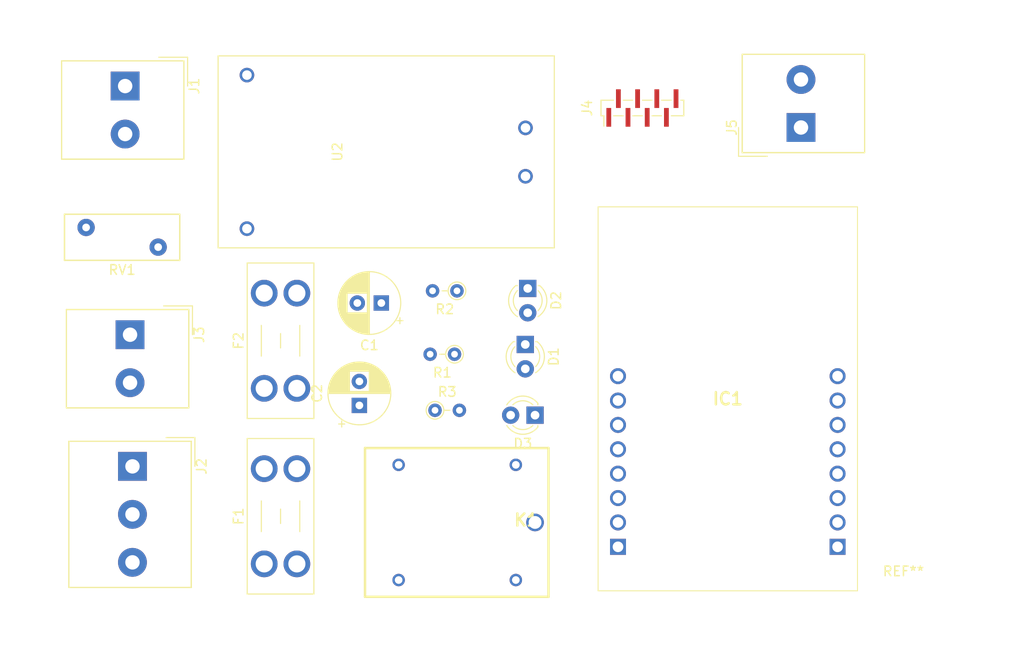
<source format=kicad_pcb>
(kicad_pcb (version 20171130) (host pcbnew 5.1.7-a382d34a8~87~ubuntu20.04.1)

  (general
    (thickness 1.6)
    (drawings 4)
    (tracks 0)
    (zones 0)
    (modules 20)
    (nets 18)
  )

  (page A4)
  (layers
    (0 F.Cu signal)
    (31 B.Cu signal)
    (32 B.Adhes user)
    (33 F.Adhes user)
    (34 B.Paste user)
    (35 F.Paste user)
    (36 B.SilkS user)
    (37 F.SilkS user)
    (38 B.Mask user)
    (39 F.Mask user)
    (40 Dwgs.User user)
    (41 Cmts.User user)
    (42 Eco1.User user)
    (43 Eco2.User user)
    (44 Edge.Cuts user)
    (45 Margin user)
    (46 B.CrtYd user)
    (47 F.CrtYd user)
    (48 B.Fab user)
    (49 F.Fab user)
  )

  (setup
    (last_trace_width 0.25)
    (trace_clearance 0.2)
    (zone_clearance 0.508)
    (zone_45_only no)
    (trace_min 0.2)
    (via_size 0.8)
    (via_drill 0.4)
    (via_min_size 0.4)
    (via_min_drill 0.3)
    (uvia_size 0.3)
    (uvia_drill 0.1)
    (uvias_allowed no)
    (uvia_min_size 0.2)
    (uvia_min_drill 0.1)
    (edge_width 0.05)
    (segment_width 0.2)
    (pcb_text_width 0.3)
    (pcb_text_size 1.5 1.5)
    (mod_edge_width 0.12)
    (mod_text_size 1 1)
    (mod_text_width 0.15)
    (pad_size 1.524 1.524)
    (pad_drill 0.762)
    (pad_to_mask_clearance 0)
    (aux_axis_origin 0 0)
    (visible_elements FFFFFF7F)
    (pcbplotparams
      (layerselection 0x010fc_ffffffff)
      (usegerberextensions false)
      (usegerberattributes true)
      (usegerberadvancedattributes true)
      (creategerberjobfile true)
      (excludeedgelayer true)
      (linewidth 0.100000)
      (plotframeref false)
      (viasonmask false)
      (mode 1)
      (useauxorigin false)
      (hpglpennumber 1)
      (hpglpenspeed 20)
      (hpglpendiameter 15.000000)
      (psnegative false)
      (psa4output false)
      (plotreference true)
      (plotvalue true)
      (plotinvisibletext false)
      (padsonsilk false)
      (subtractmaskfromsilk false)
      (outputformat 1)
      (mirror false)
      (drillshape 1)
      (scaleselection 1)
      (outputdirectory ""))
  )

  (net 0 "")
  (net 1 GND)
  (net 2 +1V5)
  (net 3 "Net-(D1-Pad2)")
  (net 4 "Net-(D2-Pad2)")
  (net 5 "Net-(D3-Pad2)")
  (net 6 "Net-(F1-Pad2)")
  (net 7 "Net-(F1-Pad1)")
  (net 8 "Net-(F2-Pad2)")
  (net 9 "Net-(IC1-Pad1)")
  (net 10 "Net-(IC1-Pad2)")
  (net 11 "Net-(IC1-Pad3)")
  (net 12 "Net-(IC1-Pad4)")
  (net 13 "Net-(IC1-Pad6)")
  (net 14 +5V)
  (net 15 "Net-(J1-Pad2)")
  (net 16 "Net-(J1-Pad1)")
  (net 17 "Net-(J2-Pad1)")

  (net_class Default "This is the default net class."
    (clearance 0.2)
    (trace_width 0.25)
    (via_dia 0.8)
    (via_drill 0.4)
    (uvia_dia 0.3)
    (uvia_drill 0.1)
    (add_net +1V5)
    (add_net +5V)
    (add_net GND)
    (add_net "Net-(D1-Pad2)")
    (add_net "Net-(D2-Pad2)")
    (add_net "Net-(D3-Pad2)")
    (add_net "Net-(F1-Pad1)")
    (add_net "Net-(F1-Pad2)")
    (add_net "Net-(F2-Pad2)")
    (add_net "Net-(IC1-Pad1)")
    (add_net "Net-(IC1-Pad2)")
    (add_net "Net-(IC1-Pad3)")
    (add_net "Net-(IC1-Pad4)")
    (add_net "Net-(IC1-Pad6)")
    (add_net "Net-(J1-Pad1)")
    (add_net "Net-(J1-Pad2)")
    (add_net "Net-(J2-Pad1)")
  )

  (module MountingHole:MountingHole_3.2mm_M3_DIN965 (layer F.Cu) (tedit 56D1B4CB) (tstamp 5FA0A903)
    (at 129.032 124.206)
    (descr "Mounting Hole 3.2mm, no annular, M3, DIN965")
    (tags "mounting hole 3.2mm no annular m3 din965")
    (attr virtual)
    (fp_text reference REF** (at 0 -3.8) (layer F.SilkS)
      (effects (font (size 1 1) (thickness 0.15)))
    )
    (fp_text value MountingHole_3.2mm_M3_DIN965 (at 0 3.8) (layer F.Fab)
      (effects (font (size 1 1) (thickness 0.15)))
    )
    (fp_text user %R (at 0.3 0) (layer F.Fab)
      (effects (font (size 1 1) (thickness 0.15)))
    )
    (fp_circle (center 0 0) (end 2.8 0) (layer Cmts.User) (width 0.15))
    (fp_circle (center 0 0) (end 3.05 0) (layer F.CrtYd) (width 0.05))
    (pad 1 np_thru_hole circle (at 0 0) (size 3.2 3.2) (drill 3.2) (layers *.Cu *.Mask))
  )

  (module PhotoPlug:TSP-05 (layer F.Cu) (tedit 5FA05A28) (tstamp 5FA05FE9)
    (at 75.184 76.708 270)
    (path /5F9E9176)
    (fp_text reference U2 (at 0 5.08 90) (layer F.SilkS)
      (effects (font (size 1 1) (thickness 0.15)))
    )
    (fp_text value Transformador100v-240v_5V_0.6A (at 0 -3.81 90) (layer F.Fab)
      (effects (font (size 1 1) (thickness 0.15)))
    )
    (fp_line (start -10 17.5) (end -10 -17.5) (layer F.SilkS) (width 0.12))
    (fp_line (start 10 17.5) (end -10 17.5) (layer F.SilkS) (width 0.12))
    (fp_line (start 10 -17.5) (end 10 17.5) (layer F.SilkS) (width 0.12))
    (fp_line (start -10 -17.5) (end 10 -17.5) (layer F.SilkS) (width 0.12))
    (pad 4 thru_hole circle (at 8 14.5 270) (size 1.524 1.524) (drill 1) (layers *.Cu *.Mask))
    (pad 3 thru_hole circle (at -8 14.5 270) (size 1.524 1.524) (drill 1) (layers *.Cu *.Mask)
      (net 1 GND))
    (pad 2 thru_hole circle (at 2.54 -14.5 270) (size 1.524 1.524) (drill 1) (layers *.Cu *.Mask)
      (net 8 "Net-(F2-Pad2)"))
    (pad 1 thru_hole circle (at -2.5 -14.5 270) (size 1.524 1.524) (drill 1) (layers *.Cu *.Mask)
      (net 15 "Net-(J1-Pad2)"))
  )

  (module Varistor:RV_Disc_D12mm_W4.8mm_P7.5mm (layer F.Cu) (tedit 5A0F68FD) (tstamp 5FA05FDD)
    (at 43.942 84.582)
    (descr "Varistor, diameter 12mm, width 4.8mm, pitch 7.5mm")
    (tags "varistor SIOV")
    (path /5F9ED9E2)
    (fp_text reference RV1 (at 3.75 4.425) (layer F.SilkS)
      (effects (font (size 1 1) (thickness 0.15)))
    )
    (fp_text value Varistor (at 3.75 -2.375) (layer F.Fab)
      (effects (font (size 1 1) (thickness 0.15)))
    )
    (fp_line (start -2.25 -1.375) (end -2.25 3.425) (layer F.Fab) (width 0.1))
    (fp_line (start 9.75 -1.375) (end 9.75 3.425) (layer F.Fab) (width 0.1))
    (fp_line (start -2.25 -1.375) (end 9.75 -1.375) (layer F.Fab) (width 0.1))
    (fp_line (start -2.25 3.425) (end 9.75 3.425) (layer F.Fab) (width 0.1))
    (fp_line (start -2.25 -1.375) (end -2.25 3.425) (layer F.SilkS) (width 0.15))
    (fp_line (start 9.75 -1.375) (end 9.75 3.425) (layer F.SilkS) (width 0.15))
    (fp_line (start -2.25 -1.375) (end 9.75 -1.375) (layer F.SilkS) (width 0.15))
    (fp_line (start -2.25 3.425) (end 9.75 3.425) (layer F.SilkS) (width 0.15))
    (fp_line (start -2.5 -1.63) (end -2.5 3.68) (layer F.CrtYd) (width 0.05))
    (fp_line (start 10 -1.63) (end 10 3.68) (layer F.CrtYd) (width 0.05))
    (fp_line (start -2.5 -1.63) (end 10 -1.63) (layer F.CrtYd) (width 0.05))
    (fp_line (start -2.5 3.68) (end 10 3.68) (layer F.CrtYd) (width 0.05))
    (fp_text user %R (at -0.254 -3.048) (layer F.Fab)
      (effects (font (size 1 1) (thickness 0.15)))
    )
    (pad 2 thru_hole circle (at 7.5 2.05) (size 1.8 1.8) (drill 0.8) (layers *.Cu *.Mask)
      (net 6 "Net-(F1-Pad2)"))
    (pad 1 thru_hole circle (at 0 0) (size 1.8 1.8) (drill 0.8) (layers *.Cu *.Mask)
      (net 15 "Net-(J1-Pad2)"))
    (model ${KISYS3DMOD}/Varistor.3dshapes/RV_Disc_D12mm_W4.8mm_P7.5mm.wrl
      (at (xyz 0 0 0))
      (scale (xyz 1 1 1))
      (rotate (xyz 0 0 0))
    )
  )

  (module Resistor_THT:R_Axial_DIN0204_L3.6mm_D1.6mm_P2.54mm_Vertical (layer F.Cu) (tedit 5AE5139B) (tstamp 5FA05FCA)
    (at 80.264 103.632)
    (descr "Resistor, Axial_DIN0204 series, Axial, Vertical, pin pitch=2.54mm, 0.167W, length*diameter=3.6*1.6mm^2, http://cdn-reichelt.de/documents/datenblatt/B400/1_4W%23YAG.pdf")
    (tags "Resistor Axial_DIN0204 series Axial Vertical pin pitch 2.54mm 0.167W length 3.6mm diameter 1.6mm")
    (path /5FA2C4B7)
    (fp_text reference R3 (at 1.27 -1.92) (layer F.SilkS)
      (effects (font (size 1 1) (thickness 0.15)))
    )
    (fp_text value R (at 1.27 1.92) (layer F.Fab)
      (effects (font (size 1 1) (thickness 0.15)))
    )
    (fp_line (start 3.49 -1.05) (end -1.05 -1.05) (layer F.CrtYd) (width 0.05))
    (fp_line (start 3.49 1.05) (end 3.49 -1.05) (layer F.CrtYd) (width 0.05))
    (fp_line (start -1.05 1.05) (end 3.49 1.05) (layer F.CrtYd) (width 0.05))
    (fp_line (start -1.05 -1.05) (end -1.05 1.05) (layer F.CrtYd) (width 0.05))
    (fp_line (start 0.92 0) (end 1.54 0) (layer F.SilkS) (width 0.12))
    (fp_line (start 0 0) (end 2.54 0) (layer F.Fab) (width 0.1))
    (fp_circle (center 0 0) (end 0.92 0) (layer F.SilkS) (width 0.12))
    (fp_circle (center 0 0) (end 0.8 0) (layer F.Fab) (width 0.1))
    (fp_text user %R (at 1.27 -1.92) (layer F.Fab)
      (effects (font (size 1 1) (thickness 0.15)))
    )
    (pad 2 thru_hole oval (at 2.54 0) (size 1.4 1.4) (drill 0.7) (layers *.Cu *.Mask)
      (net 12 "Net-(IC1-Pad4)"))
    (pad 1 thru_hole circle (at 0 0) (size 1.4 1.4) (drill 0.7) (layers *.Cu *.Mask)
      (net 5 "Net-(D3-Pad2)"))
    (model ${KISYS3DMOD}/Resistor_THT.3dshapes/R_Axial_DIN0204_L3.6mm_D1.6mm_P2.54mm_Vertical.wrl
      (at (xyz 0 0 0))
      (scale (xyz 1 1 1))
      (rotate (xyz 0 0 0))
    )
  )

  (module Resistor_THT:R_Axial_DIN0204_L3.6mm_D1.6mm_P2.54mm_Vertical (layer F.Cu) (tedit 5AE5139B) (tstamp 5FA05FBB)
    (at 82.55 91.186 180)
    (descr "Resistor, Axial_DIN0204 series, Axial, Vertical, pin pitch=2.54mm, 0.167W, length*diameter=3.6*1.6mm^2, http://cdn-reichelt.de/documents/datenblatt/B400/1_4W%23YAG.pdf")
    (tags "Resistor Axial_DIN0204 series Axial Vertical pin pitch 2.54mm 0.167W length 3.6mm diameter 1.6mm")
    (path /5FA2B11B)
    (fp_text reference R2 (at 1.27 -1.92) (layer F.SilkS)
      (effects (font (size 1 1) (thickness 0.15)))
    )
    (fp_text value R (at 1.27 1.92) (layer F.Fab)
      (effects (font (size 1 1) (thickness 0.15)))
    )
    (fp_line (start 3.49 -1.05) (end -1.05 -1.05) (layer F.CrtYd) (width 0.05))
    (fp_line (start 3.49 1.05) (end 3.49 -1.05) (layer F.CrtYd) (width 0.05))
    (fp_line (start -1.05 1.05) (end 3.49 1.05) (layer F.CrtYd) (width 0.05))
    (fp_line (start -1.05 -1.05) (end -1.05 1.05) (layer F.CrtYd) (width 0.05))
    (fp_line (start 0.92 0) (end 1.54 0) (layer F.SilkS) (width 0.12))
    (fp_line (start 0 0) (end 2.54 0) (layer F.Fab) (width 0.1))
    (fp_circle (center 0 0) (end 0.92 0) (layer F.SilkS) (width 0.12))
    (fp_circle (center 0 0) (end 0.8 0) (layer F.Fab) (width 0.1))
    (fp_text user %R (at 1.27 -1.92) (layer F.Fab)
      (effects (font (size 1 1) (thickness 0.15)))
    )
    (pad 2 thru_hole oval (at 2.54 0 180) (size 1.4 1.4) (drill 0.7) (layers *.Cu *.Mask)
      (net 12 "Net-(IC1-Pad4)"))
    (pad 1 thru_hole circle (at 0 0 180) (size 1.4 1.4) (drill 0.7) (layers *.Cu *.Mask)
      (net 4 "Net-(D2-Pad2)"))
    (model ${KISYS3DMOD}/Resistor_THT.3dshapes/R_Axial_DIN0204_L3.6mm_D1.6mm_P2.54mm_Vertical.wrl
      (at (xyz 0 0 0))
      (scale (xyz 1 1 1))
      (rotate (xyz 0 0 0))
    )
  )

  (module Resistor_THT:R_Axial_DIN0204_L3.6mm_D1.6mm_P2.54mm_Vertical (layer F.Cu) (tedit 5AE5139B) (tstamp 5FA05FAC)
    (at 82.296 97.79 180)
    (descr "Resistor, Axial_DIN0204 series, Axial, Vertical, pin pitch=2.54mm, 0.167W, length*diameter=3.6*1.6mm^2, http://cdn-reichelt.de/documents/datenblatt/B400/1_4W%23YAG.pdf")
    (tags "Resistor Axial_DIN0204 series Axial Vertical pin pitch 2.54mm 0.167W length 3.6mm diameter 1.6mm")
    (path /5FA0846E)
    (fp_text reference R1 (at 1.27 -1.92) (layer F.SilkS)
      (effects (font (size 1 1) (thickness 0.15)))
    )
    (fp_text value R (at 1.27 1.92) (layer F.Fab)
      (effects (font (size 1 1) (thickness 0.15)))
    )
    (fp_line (start 3.49 -1.05) (end -1.05 -1.05) (layer F.CrtYd) (width 0.05))
    (fp_line (start 3.49 1.05) (end 3.49 -1.05) (layer F.CrtYd) (width 0.05))
    (fp_line (start -1.05 1.05) (end 3.49 1.05) (layer F.CrtYd) (width 0.05))
    (fp_line (start -1.05 -1.05) (end -1.05 1.05) (layer F.CrtYd) (width 0.05))
    (fp_line (start 0.92 0) (end 1.54 0) (layer F.SilkS) (width 0.12))
    (fp_line (start 0 0) (end 2.54 0) (layer F.Fab) (width 0.1))
    (fp_circle (center 0 0) (end 0.92 0) (layer F.SilkS) (width 0.12))
    (fp_circle (center 0 0) (end 0.8 0) (layer F.Fab) (width 0.1))
    (fp_text user %R (at 1.27 -1.92) (layer F.Fab)
      (effects (font (size 1 1) (thickness 0.15)))
    )
    (pad 2 thru_hole oval (at 2.54 0 180) (size 1.4 1.4) (drill 0.7) (layers *.Cu *.Mask)
      (net 12 "Net-(IC1-Pad4)"))
    (pad 1 thru_hole circle (at 0 0 180) (size 1.4 1.4) (drill 0.7) (layers *.Cu *.Mask)
      (net 3 "Net-(D1-Pad2)"))
    (model ${KISYS3DMOD}/Resistor_THT.3dshapes/R_Axial_DIN0204_L3.6mm_D1.6mm_P2.54mm_Vertical.wrl
      (at (xyz 0 0 0))
      (scale (xyz 1 1 1))
      (rotate (xyz 0 0 0))
    )
  )

  (module PhotoPlug:SRD (layer F.Cu) (tedit 0) (tstamp 5FA05F9D)
    (at 90.678 115.316 180)
    (descr SRD)
    (tags "Relay or Contactor")
    (path /5F9F695A)
    (fp_text reference K1 (at 0.904 0.247) (layer F.SilkS)
      (effects (font (size 1.27 1.27) (thickness 0.254)))
    )
    (fp_text value SRD-05VDC-SL-C (at 0.904 0.247) (layer F.SilkS) hide
      (effects (font (size 1.27 1.27) (thickness 0.254)))
    )
    (fp_line (start -1.4 7.75) (end -1.4 -7.75) (layer F.SilkS) (width 0.254))
    (fp_line (start 17.7 7.75) (end -1.4 7.75) (layer F.SilkS) (width 0.254))
    (fp_line (start 17.7 -7.75) (end 17.7 7.75) (layer F.SilkS) (width 0.254))
    (fp_line (start -1.4 -7.75) (end 17.7 -7.75) (layer F.SilkS) (width 0.254))
    (fp_line (start -1.4 7.75) (end -1.4 -7.75) (layer F.Fab) (width 0.254))
    (fp_line (start 17.7 7.75) (end -1.4 7.75) (layer F.Fab) (width 0.254))
    (fp_line (start 17.7 -7.75) (end 17.7 7.75) (layer F.Fab) (width 0.254))
    (fp_line (start -1.4 -7.75) (end 17.7 -7.75) (layer F.Fab) (width 0.254))
    (fp_text user %R (at 0.904 0.247) (layer F.Fab)
      (effects (font (size 1.27 1.27) (thickness 0.254)))
    )
    (pad 1 thru_hole circle (at 0 0 180) (size 1.84 1.84) (drill 1.34) (layers *.Cu *.Mask)
      (net 6 "Net-(F1-Pad2)"))
    (pad 2 thru_hole circle (at 2 -6 180) (size 1.3 1.3) (drill 0.8) (layers *.Cu *.Mask)
      (net 13 "Net-(IC1-Pad6)"))
    (pad 3 thru_hole circle (at 2 6 180) (size 1.3 1.3) (drill 0.8) (layers *.Cu *.Mask)
      (net 1 GND))
    (pad 4 thru_hole circle (at 14.2 -6 180) (size 1.3 1.3) (drill 0.8) (layers *.Cu *.Mask)
      (net 17 "Net-(J2-Pad1)"))
    (pad 5 thru_hole circle (at 14.2 6 180) (size 1.3 1.3) (drill 0.8) (layers *.Cu *.Mask))
  )

  (module TerminalBlock_Altech:Altech_AK300_1x02_P5.00mm_45-Degree (layer F.Cu) (tedit 5C27907F) (tstamp 5FA05F8B)
    (at 118.364 74.168 90)
    (descr "Altech AK300 serie terminal block (Script generated with StandardBox.py) (http://www.altechcorp.com/PDFS/PCBMETRC.PDF)")
    (tags "Altech AK300 serie connector")
    (path /5FA1B76F)
    (fp_text reference J5 (at 0 -7.2 90) (layer F.SilkS)
      (effects (font (size 1 1) (thickness 0.15)))
    )
    (fp_text value Screw_Terminal_01x02 (at 2.5 7.5 90) (layer F.Fab)
      (effects (font (size 1 1) (thickness 0.15)))
    )
    (fp_line (start -2.75 -6.25) (end -2.75 6.75) (layer F.CrtYd) (width 0.05))
    (fp_line (start -2.75 6.75) (end 7.75 6.75) (layer F.CrtYd) (width 0.05))
    (fp_line (start 7.75 -6.25) (end 7.75 6.75) (layer F.CrtYd) (width 0.05))
    (fp_line (start -2.75 -6.25) (end 7.75 -6.25) (layer F.CrtYd) (width 0.05))
    (fp_line (start -2.62 -6.12) (end -2.62 6.62) (layer F.SilkS) (width 0.12))
    (fp_line (start -2.62 6.62) (end 7.62 6.62) (layer F.SilkS) (width 0.12))
    (fp_line (start 7.62 -6.12) (end 7.62 6.62) (layer F.SilkS) (width 0.12))
    (fp_line (start -2.62 -6.12) (end 7.62 -6.12) (layer F.SilkS) (width 0.12))
    (fp_line (start -2.62 -6.12) (end -2.62 6.62) (layer F.SilkS) (width 0.12))
    (fp_line (start -2.62 6.62) (end 7.62 6.62) (layer F.SilkS) (width 0.12))
    (fp_line (start 7.62 -6.12) (end 7.62 6.62) (layer F.SilkS) (width 0.12))
    (fp_line (start -2.62 -6.12) (end 7.62 -6.12) (layer F.SilkS) (width 0.12))
    (fp_line (start -3 -6.5) (end 0 -6.5) (layer F.SilkS) (width 0.12))
    (fp_line (start -3 -3.5) (end -3 -6.5) (layer F.SilkS) (width 0.12))
    (fp_line (start -2.5 -5.5) (end -2 -6) (layer F.Fab) (width 0.1))
    (fp_line (start -2.5 6.5) (end -2.5 -5.5) (layer F.Fab) (width 0.1))
    (fp_line (start 7.5 6.5) (end -2.5 6.5) (layer F.Fab) (width 0.1))
    (fp_line (start 7.5 -6) (end 7.5 6.5) (layer F.Fab) (width 0.1))
    (fp_line (start -2 -6) (end 7.5 -6) (layer F.Fab) (width 0.1))
    (fp_text user %R (at 2.5 0.25 90) (layer F.Fab)
      (effects (font (size 1 1) (thickness 0.15)))
    )
    (pad 2 thru_hole circle (at 5 0 90) (size 3 3) (drill 1.5) (layers *.Cu *.Mask)
      (net 17 "Net-(J2-Pad1)"))
    (pad 1 thru_hole rect (at 0 0 90) (size 3 3) (drill 1.5) (layers *.Cu *.Mask)
      (net 15 "Net-(J1-Pad2)"))
    (model ${KISYS3DMOD}/TerminalBlock_Altech.3dshapes/Altech_AK300_1x02_P5.00mm_45-Degree.wrl
      (at (xyz 0 0 0))
      (scale (xyz 1 1 1))
      (rotate (xyz 0 0 0))
    )
  )

  (module Connector_PinSocket_1.00mm:PinSocket_1x08_P1.00mm_Vertical_SMD_Pin1Left (layer F.Cu) (tedit 5A19A42C) (tstamp 5FA05F71)
    (at 101.854 72.136 90)
    (descr "surface-mounted straight socket strip, 1x08, 1.00mm pitch, single row, style 1 (pin 1 left) (https://gct.co/files/drawings/bc070.pdf), script generated")
    (tags "Surface mounted socket strip SMD 1x08 1.00mm single row style1 pin1 left")
    (path /5FA1DC1D)
    (attr smd)
    (fp_text reference J4 (at 0 -5.75 90) (layer F.SilkS)
      (effects (font (size 1 1) (thickness 0.15)))
    )
    (fp_text value Conn_01x08_MountingPin (at 0 5.75 90) (layer F.Fab)
      (effects (font (size 1 1) (thickness 0.15)))
    )
    (fp_line (start -2.45 4.75) (end -2.45 -4.75) (layer F.CrtYd) (width 0.05))
    (fp_line (start 2.45 4.75) (end -2.45 4.75) (layer F.CrtYd) (width 0.05))
    (fp_line (start 2.45 -4.75) (end 2.45 4.75) (layer F.CrtYd) (width 0.05))
    (fp_line (start -2.45 -4.75) (end 2.45 -4.75) (layer F.CrtYd) (width 0.05))
    (fp_line (start 1.45 3.65) (end 0.75 3.65) (layer F.Fab) (width 0.1))
    (fp_line (start 1.45 3.35) (end 1.45 3.65) (layer F.Fab) (width 0.1))
    (fp_line (start 0.75 3.35) (end 1.45 3.35) (layer F.Fab) (width 0.1))
    (fp_line (start -1.45 2.65) (end -1.45 2.35) (layer F.Fab) (width 0.1))
    (fp_line (start -0.75 2.65) (end -1.45 2.65) (layer F.Fab) (width 0.1))
    (fp_line (start -1.45 2.35) (end -0.75 2.35) (layer F.Fab) (width 0.1))
    (fp_line (start 1.45 1.65) (end 0.75 1.65) (layer F.Fab) (width 0.1))
    (fp_line (start 1.45 1.35) (end 1.45 1.65) (layer F.Fab) (width 0.1))
    (fp_line (start 0.75 1.35) (end 1.45 1.35) (layer F.Fab) (width 0.1))
    (fp_line (start -1.45 0.65) (end -1.45 0.35) (layer F.Fab) (width 0.1))
    (fp_line (start -0.75 0.65) (end -1.45 0.65) (layer F.Fab) (width 0.1))
    (fp_line (start -1.45 0.35) (end -0.75 0.35) (layer F.Fab) (width 0.1))
    (fp_line (start 1.45 -0.35) (end 0.75 -0.35) (layer F.Fab) (width 0.1))
    (fp_line (start 1.45 -0.65) (end 1.45 -0.35) (layer F.Fab) (width 0.1))
    (fp_line (start 0.75 -0.65) (end 1.45 -0.65) (layer F.Fab) (width 0.1))
    (fp_line (start -1.45 -1.35) (end -1.45 -1.65) (layer F.Fab) (width 0.1))
    (fp_line (start -0.75 -1.35) (end -1.45 -1.35) (layer F.Fab) (width 0.1))
    (fp_line (start -1.45 -1.65) (end -0.75 -1.65) (layer F.Fab) (width 0.1))
    (fp_line (start 1.45 -2.35) (end 0.75 -2.35) (layer F.Fab) (width 0.1))
    (fp_line (start 1.45 -2.65) (end 1.45 -2.35) (layer F.Fab) (width 0.1))
    (fp_line (start 0.75 -2.65) (end 1.45 -2.65) (layer F.Fab) (width 0.1))
    (fp_line (start -1.45 -3.35) (end -1.45 -3.65) (layer F.Fab) (width 0.1))
    (fp_line (start -0.75 -3.35) (end -1.45 -3.35) (layer F.Fab) (width 0.1))
    (fp_line (start -1.45 -3.65) (end -0.75 -3.65) (layer F.Fab) (width 0.1))
    (fp_line (start -0.75 -3.875) (end -0.375 -4.25) (layer F.Fab) (width 0.1))
    (fp_line (start -0.75 4.25) (end -0.75 -3.875) (layer F.Fab) (width 0.1))
    (fp_line (start 0.75 4.25) (end -0.75 4.25) (layer F.Fab) (width 0.1))
    (fp_line (start 0.75 -4.25) (end 0.75 4.25) (layer F.Fab) (width 0.1))
    (fp_line (start -0.375 -4.25) (end 0.75 -4.25) (layer F.Fab) (width 0.1))
    (fp_line (start -1.89 -4.01) (end -0.81 -4.01) (layer F.SilkS) (width 0.12))
    (fp_line (start -0.81 3.01) (end -0.81 4.31) (layer F.SilkS) (width 0.12))
    (fp_line (start -0.81 1.01) (end -0.81 1.99) (layer F.SilkS) (width 0.12))
    (fp_line (start -0.81 -0.99) (end -0.81 -0.01) (layer F.SilkS) (width 0.12))
    (fp_line (start -0.81 -2.99) (end -0.81 -2.01) (layer F.SilkS) (width 0.12))
    (fp_line (start -0.81 -4.31) (end -0.81 -4.01) (layer F.SilkS) (width 0.12))
    (fp_line (start -0.81 4.31) (end 0.81 4.31) (layer F.SilkS) (width 0.12))
    (fp_line (start 0.81 4.01) (end 0.81 4.31) (layer F.SilkS) (width 0.12))
    (fp_line (start 0.81 2.01) (end 0.81 2.99) (layer F.SilkS) (width 0.12))
    (fp_line (start 0.81 0.01) (end 0.81 0.99) (layer F.SilkS) (width 0.12))
    (fp_line (start 0.81 -1.99) (end 0.81 -1.01) (layer F.SilkS) (width 0.12))
    (fp_line (start 0.81 -4.31) (end 0.81 -3.01) (layer F.SilkS) (width 0.12))
    (fp_line (start -0.81 -4.31) (end 0.81 -4.31) (layer F.SilkS) (width 0.12))
    (fp_text user %R (at 0 0) (layer F.Fab)
      (effects (font (size 0.9 0.9) (thickness 0.14)))
    )
    (pad 8 smd rect (at 0.975 3.5 90) (size 1.95 0.5) (layers F.Cu F.Paste F.Mask)
      (net 11 "Net-(IC1-Pad3)"))
    (pad 6 smd rect (at 0.975 1.5 90) (size 1.95 0.5) (layers F.Cu F.Paste F.Mask)
      (net 9 "Net-(IC1-Pad1)"))
    (pad 4 smd rect (at 0.975 -0.5 90) (size 1.95 0.5) (layers F.Cu F.Paste F.Mask)
      (net 14 +5V))
    (pad 2 smd rect (at 0.975 -2.5 90) (size 1.95 0.5) (layers F.Cu F.Paste F.Mask)
      (net 1 GND))
    (pad 7 smd rect (at -0.975 2.5 90) (size 1.95 0.5) (layers F.Cu F.Paste F.Mask)
      (net 10 "Net-(IC1-Pad2)"))
    (pad 5 smd rect (at -0.975 0.5 90) (size 1.95 0.5) (layers F.Cu F.Paste F.Mask)
      (net 14 +5V))
    (pad 3 smd rect (at -0.975 -1.5 90) (size 1.95 0.5) (layers F.Cu F.Paste F.Mask)
      (net 1 GND))
    (pad 1 smd rect (at -0.975 -3.5 90) (size 1.95 0.5) (layers F.Cu F.Paste F.Mask)
      (net 1 GND))
    (model ${KISYS3DMOD}/Connector_PinSocket_1.00mm.3dshapes/PinSocket_1x08_P1.00mm_Vertical_SMD_Pin1Left.wrl
      (at (xyz 0 0 0))
      (scale (xyz 1 1 1))
      (rotate (xyz 0 0 0))
    )
  )

  (module TerminalBlock_Altech:Altech_AK300_1x02_P5.00mm_45-Degree (layer F.Cu) (tedit 5C27907F) (tstamp 5FA05F36)
    (at 48.514 95.758 270)
    (descr "Altech AK300 serie terminal block (Script generated with StandardBox.py) (http://www.altechcorp.com/PDFS/PCBMETRC.PDF)")
    (tags "Altech AK300 serie connector")
    (path /5FA466A2)
    (fp_text reference J3 (at 0 -7.2 90) (layer F.SilkS)
      (effects (font (size 1 1) (thickness 0.15)))
    )
    (fp_text value Screw_Terminal_01x02 (at 2.5 7.5 90) (layer F.Fab)
      (effects (font (size 1 1) (thickness 0.15)))
    )
    (fp_line (start -2.75 -6.25) (end -2.75 6.75) (layer F.CrtYd) (width 0.05))
    (fp_line (start -2.75 6.75) (end 7.75 6.75) (layer F.CrtYd) (width 0.05))
    (fp_line (start 7.75 -6.25) (end 7.75 6.75) (layer F.CrtYd) (width 0.05))
    (fp_line (start -2.75 -6.25) (end 7.75 -6.25) (layer F.CrtYd) (width 0.05))
    (fp_line (start -2.62 -6.12) (end -2.62 6.62) (layer F.SilkS) (width 0.12))
    (fp_line (start -2.62 6.62) (end 7.62 6.62) (layer F.SilkS) (width 0.12))
    (fp_line (start 7.62 -6.12) (end 7.62 6.62) (layer F.SilkS) (width 0.12))
    (fp_line (start -2.62 -6.12) (end 7.62 -6.12) (layer F.SilkS) (width 0.12))
    (fp_line (start -2.62 -6.12) (end -2.62 6.62) (layer F.SilkS) (width 0.12))
    (fp_line (start -2.62 6.62) (end 7.62 6.62) (layer F.SilkS) (width 0.12))
    (fp_line (start 7.62 -6.12) (end 7.62 6.62) (layer F.SilkS) (width 0.12))
    (fp_line (start -2.62 -6.12) (end 7.62 -6.12) (layer F.SilkS) (width 0.12))
    (fp_line (start -3 -6.5) (end 0 -6.5) (layer F.SilkS) (width 0.12))
    (fp_line (start -3 -3.5) (end -3 -6.5) (layer F.SilkS) (width 0.12))
    (fp_line (start -2.5 -5.5) (end -2 -6) (layer F.Fab) (width 0.1))
    (fp_line (start -2.5 6.5) (end -2.5 -5.5) (layer F.Fab) (width 0.1))
    (fp_line (start 7.5 6.5) (end -2.5 6.5) (layer F.Fab) (width 0.1))
    (fp_line (start 7.5 -6) (end 7.5 6.5) (layer F.Fab) (width 0.1))
    (fp_line (start -2 -6) (end 7.5 -6) (layer F.Fab) (width 0.1))
    (fp_text user %R (at 2.5 0.25 90) (layer F.Fab)
      (effects (font (size 1 1) (thickness 0.15)))
    )
    (pad 2 thru_hole circle (at 5 0 270) (size 3 3) (drill 1.5) (layers *.Cu *.Mask)
      (net 16 "Net-(J1-Pad1)"))
    (pad 1 thru_hole rect (at 0 0 270) (size 3 3) (drill 1.5) (layers *.Cu *.Mask)
      (net 15 "Net-(J1-Pad2)"))
    (model ${KISYS3DMOD}/TerminalBlock_Altech.3dshapes/Altech_AK300_1x02_P5.00mm_45-Degree.wrl
      (at (xyz 0 0 0))
      (scale (xyz 1 1 1))
      (rotate (xyz 0 0 0))
    )
  )

  (module TerminalBlock_Altech:Altech_AK300_1x03_P5.00mm_45-Degree (layer F.Cu) (tedit 5C27907F) (tstamp 5FA05F1C)
    (at 48.768 109.474 270)
    (descr "Altech AK300 serie terminal block (Script generated with StandardBox.py) (http://www.altechcorp.com/PDFS/PCBMETRC.PDF)")
    (tags "Altech AK300 serie connector")
    (path /5FA3A92D)
    (fp_text reference J2 (at 0 -7.2 90) (layer F.SilkS)
      (effects (font (size 1 1) (thickness 0.15)))
    )
    (fp_text value Screw_Terminal_01x03 (at 5 7.5 90) (layer F.Fab)
      (effects (font (size 1 1) (thickness 0.15)))
    )
    (fp_line (start -2.75 -6.25) (end -2.75 6.75) (layer F.CrtYd) (width 0.05))
    (fp_line (start -2.75 6.75) (end 12.75 6.75) (layer F.CrtYd) (width 0.05))
    (fp_line (start 12.75 -6.25) (end 12.75 6.75) (layer F.CrtYd) (width 0.05))
    (fp_line (start -2.75 -6.25) (end 12.75 -6.25) (layer F.CrtYd) (width 0.05))
    (fp_line (start -2.62 -6.12) (end -2.62 6.62) (layer F.SilkS) (width 0.12))
    (fp_line (start -2.62 6.62) (end 12.62 6.62) (layer F.SilkS) (width 0.12))
    (fp_line (start 12.62 -6.12) (end 12.62 6.62) (layer F.SilkS) (width 0.12))
    (fp_line (start -2.62 -6.12) (end 12.62 -6.12) (layer F.SilkS) (width 0.12))
    (fp_line (start -2.62 -6.12) (end -2.62 6.62) (layer F.SilkS) (width 0.12))
    (fp_line (start -2.62 6.62) (end 12.62 6.62) (layer F.SilkS) (width 0.12))
    (fp_line (start 12.62 -6.12) (end 12.62 6.62) (layer F.SilkS) (width 0.12))
    (fp_line (start -2.62 -6.12) (end 12.62 -6.12) (layer F.SilkS) (width 0.12))
    (fp_line (start -3 -6.5) (end 0 -6.5) (layer F.SilkS) (width 0.12))
    (fp_line (start -3 -3.5) (end -3 -6.5) (layer F.SilkS) (width 0.12))
    (fp_line (start -2.5 -5.5) (end -2 -6) (layer F.Fab) (width 0.1))
    (fp_line (start -2.5 6.5) (end -2.5 -5.5) (layer F.Fab) (width 0.1))
    (fp_line (start 12.5 6.5) (end -2.5 6.5) (layer F.Fab) (width 0.1))
    (fp_line (start 12.5 -6) (end 12.5 6.5) (layer F.Fab) (width 0.1))
    (fp_line (start -2 -6) (end 12.5 -6) (layer F.Fab) (width 0.1))
    (fp_text user %R (at 5 0.25 90) (layer F.Fab)
      (effects (font (size 1 1) (thickness 0.15)))
    )
    (pad 3 thru_hole circle (at 10 0 270) (size 3 3) (drill 1.5) (layers *.Cu *.Mask)
      (net 16 "Net-(J1-Pad1)"))
    (pad 2 thru_hole circle (at 5 0 270) (size 3 3) (drill 1.5) (layers *.Cu *.Mask)
      (net 7 "Net-(F1-Pad1)"))
    (pad 1 thru_hole rect (at 0 0 270) (size 3 3) (drill 1.5) (layers *.Cu *.Mask)
      (net 17 "Net-(J2-Pad1)"))
    (model ${KISYS3DMOD}/TerminalBlock_Altech.3dshapes/Altech_AK300_1x03_P5.00mm_45-Degree.wrl
      (at (xyz 0 0 0))
      (scale (xyz 1 1 1))
      (rotate (xyz 0 0 0))
    )
  )

  (module TerminalBlock_Altech:Altech_AK300_1x02_P5.00mm_45-Degree (layer F.Cu) (tedit 5C27907F) (tstamp 5FA05F01)
    (at 48.006 69.85 270)
    (descr "Altech AK300 serie terminal block (Script generated with StandardBox.py) (http://www.altechcorp.com/PDFS/PCBMETRC.PDF)")
    (tags "Altech AK300 serie connector")
    (path /5F9E89DF)
    (fp_text reference J1 (at 0 -7.2 90) (layer F.SilkS)
      (effects (font (size 1 1) (thickness 0.15)))
    )
    (fp_text value Screw_Terminal_01x02 (at 2.5 7.5 90) (layer F.Fab)
      (effects (font (size 1 1) (thickness 0.15)))
    )
    (fp_line (start -2.75 -6.25) (end -2.75 6.75) (layer F.CrtYd) (width 0.05))
    (fp_line (start -2.75 6.75) (end 7.75 6.75) (layer F.CrtYd) (width 0.05))
    (fp_line (start 7.75 -6.25) (end 7.75 6.75) (layer F.CrtYd) (width 0.05))
    (fp_line (start -2.75 -6.25) (end 7.75 -6.25) (layer F.CrtYd) (width 0.05))
    (fp_line (start -2.62 -6.12) (end -2.62 6.62) (layer F.SilkS) (width 0.12))
    (fp_line (start -2.62 6.62) (end 7.62 6.62) (layer F.SilkS) (width 0.12))
    (fp_line (start 7.62 -6.12) (end 7.62 6.62) (layer F.SilkS) (width 0.12))
    (fp_line (start -2.62 -6.12) (end 7.62 -6.12) (layer F.SilkS) (width 0.12))
    (fp_line (start -2.62 -6.12) (end -2.62 6.62) (layer F.SilkS) (width 0.12))
    (fp_line (start -2.62 6.62) (end 7.62 6.62) (layer F.SilkS) (width 0.12))
    (fp_line (start 7.62 -6.12) (end 7.62 6.62) (layer F.SilkS) (width 0.12))
    (fp_line (start -2.62 -6.12) (end 7.62 -6.12) (layer F.SilkS) (width 0.12))
    (fp_line (start -3 -6.5) (end 0 -6.5) (layer F.SilkS) (width 0.12))
    (fp_line (start -3 -3.5) (end -3 -6.5) (layer F.SilkS) (width 0.12))
    (fp_line (start -2.5 -5.5) (end -2 -6) (layer F.Fab) (width 0.1))
    (fp_line (start -2.5 6.5) (end -2.5 -5.5) (layer F.Fab) (width 0.1))
    (fp_line (start 7.5 6.5) (end -2.5 6.5) (layer F.Fab) (width 0.1))
    (fp_line (start 7.5 -6) (end 7.5 6.5) (layer F.Fab) (width 0.1))
    (fp_line (start -2 -6) (end 7.5 -6) (layer F.Fab) (width 0.1))
    (fp_text user %R (at 2.5 0.25 90) (layer F.Fab)
      (effects (font (size 1 1) (thickness 0.15)))
    )
    (pad 2 thru_hole circle (at 5 0 270) (size 3 3) (drill 1.5) (layers *.Cu *.Mask)
      (net 15 "Net-(J1-Pad2)"))
    (pad 1 thru_hole rect (at 0 0 270) (size 3 3) (drill 1.5) (layers *.Cu *.Mask)
      (net 16 "Net-(J1-Pad1)"))
    (model ${KISYS3DMOD}/TerminalBlock_Altech.3dshapes/Altech_AK300_1x02_P5.00mm_45-Degree.wrl
      (at (xyz 0 0 0))
      (scale (xyz 1 1 1))
      (rotate (xyz 0 0 0))
    )
  )

  (module PhotoPlug:ESP32CAM (layer F.Cu) (tedit 0) (tstamp 5FA05EE7)
    (at 122.174 100.076 180)
    (descr ESP32-CAM-2)
    (tags "Integrated Circuit")
    (path /5F9F4481)
    (fp_text reference IC1 (at 11.43 -2.36) (layer F.SilkS)
      (effects (font (size 1.27 1.27) (thickness 0.254)))
    )
    (fp_text value ESP32-CAM (at 11.43 -2.36) (layer F.SilkS) hide
      (effects (font (size 1.27 1.27) (thickness 0.254)))
    )
    (fp_line (start -3.07 -23.36) (end -3.07 18.64) (layer F.CrtYd) (width 0.1))
    (fp_line (start 25.93 -23.36) (end -3.07 -23.36) (layer F.CrtYd) (width 0.1))
    (fp_line (start 25.93 18.64) (end 25.93 -23.36) (layer F.CrtYd) (width 0.1))
    (fp_line (start -3.07 18.64) (end 25.93 18.64) (layer F.CrtYd) (width 0.1))
    (fp_line (start -2.07 -22.36) (end -2.07 17.64) (layer F.SilkS) (width 0.1))
    (fp_line (start 24.93 -22.36) (end -2.07 -22.36) (layer F.SilkS) (width 0.1))
    (fp_line (start 24.93 17.64) (end 24.93 -22.36) (layer F.SilkS) (width 0.1))
    (fp_line (start -2.07 17.64) (end 24.93 17.64) (layer F.SilkS) (width 0.1))
    (fp_line (start -2.07 -22.36) (end -2.07 17.64) (layer F.Fab) (width 0.2))
    (fp_line (start 24.93 -22.36) (end -2.07 -22.36) (layer F.Fab) (width 0.2))
    (fp_line (start 24.93 17.64) (end 24.93 -22.36) (layer F.Fab) (width 0.2))
    (fp_line (start -2.07 17.64) (end 24.93 17.64) (layer F.Fab) (width 0.2))
    (fp_text user %R (at 11.43 -2.36) (layer F.Fab)
      (effects (font (size 1.27 1.27) (thickness 0.254)))
    )
    (pad 1 thru_hole circle (at 0 0 180) (size 1.665 1.665) (drill 1.11) (layers *.Cu *.Mask)
      (net 9 "Net-(IC1-Pad1)"))
    (pad 2 thru_hole circle (at 0 -2.54 180) (size 1.665 1.665) (drill 1.11) (layers *.Cu *.Mask)
      (net 10 "Net-(IC1-Pad2)"))
    (pad 3 thru_hole circle (at 0 -5.08 180) (size 1.665 1.665) (drill 1.11) (layers *.Cu *.Mask)
      (net 11 "Net-(IC1-Pad3)"))
    (pad 4 thru_hole circle (at 0 -7.62 180) (size 1.665 1.665) (drill 1.11) (layers *.Cu *.Mask)
      (net 12 "Net-(IC1-Pad4)"))
    (pad 5 thru_hole circle (at 0 -10.16 180) (size 1.665 1.665) (drill 1.11) (layers *.Cu *.Mask))
    (pad 6 thru_hole circle (at 0 -12.7 180) (size 1.665 1.665) (drill 1.11) (layers *.Cu *.Mask)
      (net 13 "Net-(IC1-Pad6)"))
    (pad 7 thru_hole circle (at 0 -15.24 180) (size 1.665 1.665) (drill 1.11) (layers *.Cu *.Mask))
    (pad 8 thru_hole rect (at 0 -17.78 180) (size 1.665 1.665) (drill 1.11) (layers *.Cu *.Mask)
      (net 14 +5V))
    (pad 9 thru_hole rect (at 22.86 -17.78 180) (size 1.665 1.665) (drill 1.11) (layers *.Cu *.Mask))
    (pad 10 thru_hole circle (at 22.86 -15.24 180) (size 1.665 1.665) (drill 1.11) (layers *.Cu *.Mask))
    (pad 11 thru_hole circle (at 22.86 -12.7 180) (size 1.665 1.665) (drill 1.11) (layers *.Cu *.Mask))
    (pad 12 thru_hole circle (at 22.86 -10.16 180) (size 1.665 1.665) (drill 1.11) (layers *.Cu *.Mask))
    (pad 13 thru_hole circle (at 22.86 -7.62 180) (size 1.665 1.665) (drill 1.11) (layers *.Cu *.Mask))
    (pad 14 thru_hole circle (at 22.86 -5.08 180) (size 1.665 1.665) (drill 1.11) (layers *.Cu *.Mask))
    (pad 15 thru_hole circle (at 22.86 -2.54 180) (size 1.665 1.665) (drill 1.11) (layers *.Cu *.Mask))
    (pad 16 thru_hole circle (at 22.86 0 180) (size 1.665 1.665) (drill 1.11) (layers *.Cu *.Mask)
      (net 1 GND))
    (model ESP32-CAM.stp
      (at (xyz 0 0 0))
      (scale (xyz 1 1 1))
      (rotate (xyz 0 0 0))
    )
  )

  (module Fuse:Fuseholder_Blade_Mini_Keystone_3568 (layer F.Cu) (tedit 5C39DE81) (tstamp 5FA05EC6)
    (at 62.484 101.346 90)
    (descr "fuse holder, car blade fuse mini, http://www.keyelco.com/product-pdf.cfm?p=306")
    (tags "car blade fuse mini")
    (path /5F9EB29E)
    (fp_text reference F2 (at 4.96 -2.67 90) (layer F.SilkS)
      (effects (font (size 1 1) (thickness 0.15)))
    )
    (fp_text value Fuse (at 4.96 6.07 90) (layer F.Fab)
      (effects (font (size 1 1) (thickness 0.15)))
    )
    (fp_line (start 13.21 -1.92) (end -3.29 -1.92) (layer F.CrtYd) (width 0.05))
    (fp_line (start 13.21 5.32) (end 13.21 -1.92) (layer F.CrtYd) (width 0.05))
    (fp_line (start -3.29 5.32) (end 13.21 5.32) (layer F.CrtYd) (width 0.05))
    (fp_line (start -3.29 -1.92) (end -3.29 5.32) (layer F.CrtYd) (width 0.05))
    (fp_line (start 3.36 -0.3) (end 6.56 -0.3) (layer F.SilkS) (width 0.12))
    (fp_line (start 6.56 3.7) (end 3.36 3.7) (layer F.SilkS) (width 0.12))
    (fp_line (start 4.21 1.7) (end 5.71 1.7) (layer F.SilkS) (width 0.12))
    (fp_line (start 13.06 -1.77) (end -3.14 -1.77) (layer F.SilkS) (width 0.12))
    (fp_line (start 13.06 5.17) (end 13.06 -1.77) (layer F.SilkS) (width 0.12))
    (fp_line (start -3.14 5.17) (end 13.06 5.17) (layer F.SilkS) (width 0.12))
    (fp_line (start -3.14 -1.77) (end -3.14 5.17) (layer F.SilkS) (width 0.12))
    (fp_line (start 12.96 -1.67) (end -3.04 -1.67) (layer F.Fab) (width 0.1))
    (fp_line (start 12.96 5.07) (end 12.96 -1.67) (layer F.Fab) (width 0.1))
    (fp_line (start -3.04 5.07) (end 12.96 5.07) (layer F.Fab) (width 0.1))
    (fp_line (start -3.04 -1.67) (end -3.04 5.07) (layer F.Fab) (width 0.1))
    (fp_text user %R (at 5.08 -0.762 90) (layer F.Fab)
      (effects (font (size 1 1) (thickness 0.15)))
    )
    (pad 2 thru_hole circle (at 9.92 3.4 90) (size 2.78 2.78) (drill 1.78) (layers *.Cu *.Mask)
      (net 8 "Net-(F2-Pad2)"))
    (pad 2 thru_hole circle (at 9.92 0 90) (size 2.78 2.78) (drill 1.78) (layers *.Cu *.Mask)
      (net 8 "Net-(F2-Pad2)"))
    (pad 1 thru_hole circle (at 0 3.4 90) (size 2.78 2.78) (drill 1.78) (layers *.Cu *.Mask)
      (net 2 +1V5))
    (pad 1 thru_hole circle (at 0 0 90) (size 2.78 2.78) (drill 1.78) (layers *.Cu *.Mask)
      (net 2 +1V5))
    (model ${KISYS3DMOD}/Fuse.3dshapes/Fuseholder_Blade_Mini_Keystone_3568.wrl
      (at (xyz 0 0 0))
      (scale (xyz 1 1 1))
      (rotate (xyz 0 0 0))
    )
  )

  (module Fuse:Fuseholder_Blade_Mini_Keystone_3568 (layer F.Cu) (tedit 5C39DE81) (tstamp 5FA05EAE)
    (at 62.484 119.634 90)
    (descr "fuse holder, car blade fuse mini, http://www.keyelco.com/product-pdf.cfm?p=306")
    (tags "car blade fuse mini")
    (path /5F9EAF1D)
    (fp_text reference F1 (at 4.96 -2.67 90) (layer F.SilkS)
      (effects (font (size 1 1) (thickness 0.15)))
    )
    (fp_text value Fuse (at 4.96 6.07 90) (layer F.Fab)
      (effects (font (size 1 1) (thickness 0.15)))
    )
    (fp_line (start 13.21 -1.92) (end -3.29 -1.92) (layer F.CrtYd) (width 0.05))
    (fp_line (start 13.21 5.32) (end 13.21 -1.92) (layer F.CrtYd) (width 0.05))
    (fp_line (start -3.29 5.32) (end 13.21 5.32) (layer F.CrtYd) (width 0.05))
    (fp_line (start -3.29 -1.92) (end -3.29 5.32) (layer F.CrtYd) (width 0.05))
    (fp_line (start 3.36 -0.3) (end 6.56 -0.3) (layer F.SilkS) (width 0.12))
    (fp_line (start 6.56 3.7) (end 3.36 3.7) (layer F.SilkS) (width 0.12))
    (fp_line (start 4.21 1.7) (end 5.71 1.7) (layer F.SilkS) (width 0.12))
    (fp_line (start 13.06 -1.77) (end -3.14 -1.77) (layer F.SilkS) (width 0.12))
    (fp_line (start 13.06 5.17) (end 13.06 -1.77) (layer F.SilkS) (width 0.12))
    (fp_line (start -3.14 5.17) (end 13.06 5.17) (layer F.SilkS) (width 0.12))
    (fp_line (start -3.14 -1.77) (end -3.14 5.17) (layer F.SilkS) (width 0.12))
    (fp_line (start 12.96 -1.67) (end -3.04 -1.67) (layer F.Fab) (width 0.1))
    (fp_line (start 12.96 5.07) (end 12.96 -1.67) (layer F.Fab) (width 0.1))
    (fp_line (start -3.04 5.07) (end 12.96 5.07) (layer F.Fab) (width 0.1))
    (fp_line (start -3.04 -1.67) (end -3.04 5.07) (layer F.Fab) (width 0.1))
    (fp_text user %R (at -0.508 -25.654 90) (layer F.Fab)
      (effects (font (size 1 1) (thickness 0.15)))
    )
    (pad 2 thru_hole circle (at 9.92 3.4 90) (size 2.78 2.78) (drill 1.78) (layers *.Cu *.Mask)
      (net 6 "Net-(F1-Pad2)"))
    (pad 2 thru_hole circle (at 9.92 0 90) (size 2.78 2.78) (drill 1.78) (layers *.Cu *.Mask)
      (net 6 "Net-(F1-Pad2)"))
    (pad 1 thru_hole circle (at 0 3.4 90) (size 2.78 2.78) (drill 1.78) (layers *.Cu *.Mask)
      (net 7 "Net-(F1-Pad1)"))
    (pad 1 thru_hole circle (at 0 0 90) (size 2.78 2.78) (drill 1.78) (layers *.Cu *.Mask)
      (net 7 "Net-(F1-Pad1)"))
    (model ${KISYS3DMOD}/Fuse.3dshapes/Fuseholder_Blade_Mini_Keystone_3568.wrl
      (at (xyz 0 0 0))
      (scale (xyz 1 1 1))
      (rotate (xyz 0 0 0))
    )
  )

  (module LED_THT:LED_D3.0mm (layer F.Cu) (tedit 587A3A7B) (tstamp 5FA05E96)
    (at 90.678 104.14 180)
    (descr "LED, diameter 3.0mm, 2 pins")
    (tags "LED diameter 3.0mm 2 pins")
    (path /5FA2C4B1)
    (fp_text reference D3 (at 1.27 -2.96) (layer F.SilkS)
      (effects (font (size 1 1) (thickness 0.15)))
    )
    (fp_text value LED (at 1.27 2.96) (layer F.Fab)
      (effects (font (size 1 1) (thickness 0.15)))
    )
    (fp_line (start 3.7 -2.25) (end -1.15 -2.25) (layer F.CrtYd) (width 0.05))
    (fp_line (start 3.7 2.25) (end 3.7 -2.25) (layer F.CrtYd) (width 0.05))
    (fp_line (start -1.15 2.25) (end 3.7 2.25) (layer F.CrtYd) (width 0.05))
    (fp_line (start -1.15 -2.25) (end -1.15 2.25) (layer F.CrtYd) (width 0.05))
    (fp_line (start -0.29 1.08) (end -0.29 1.236) (layer F.SilkS) (width 0.12))
    (fp_line (start -0.29 -1.236) (end -0.29 -1.08) (layer F.SilkS) (width 0.12))
    (fp_line (start -0.23 -1.16619) (end -0.23 1.16619) (layer F.Fab) (width 0.1))
    (fp_circle (center 1.27 0) (end 2.77 0) (layer F.Fab) (width 0.1))
    (fp_arc (start 1.27 0) (end 0.229039 1.08) (angle -87.9) (layer F.SilkS) (width 0.12))
    (fp_arc (start 1.27 0) (end 0.229039 -1.08) (angle 87.9) (layer F.SilkS) (width 0.12))
    (fp_arc (start 1.27 0) (end -0.29 1.235516) (angle -108.8) (layer F.SilkS) (width 0.12))
    (fp_arc (start 1.27 0) (end -0.29 -1.235516) (angle 108.8) (layer F.SilkS) (width 0.12))
    (fp_arc (start 1.27 0) (end -0.23 -1.16619) (angle 284.3) (layer F.Fab) (width 0.1))
    (pad 2 thru_hole circle (at 2.54 0 180) (size 1.8 1.8) (drill 0.9) (layers *.Cu *.Mask)
      (net 5 "Net-(D3-Pad2)"))
    (pad 1 thru_hole rect (at 0 0 180) (size 1.8 1.8) (drill 0.9) (layers *.Cu *.Mask)
      (net 1 GND))
    (model ${KISYS3DMOD}/LED_THT.3dshapes/LED_D3.0mm.wrl
      (at (xyz 0 0 0))
      (scale (xyz 1 1 1))
      (rotate (xyz 0 0 0))
    )
  )

  (module LED_THT:LED_D3.0mm (layer F.Cu) (tedit 587A3A7B) (tstamp 5FA05E83)
    (at 89.916 90.932 270)
    (descr "LED, diameter 3.0mm, 2 pins")
    (tags "LED diameter 3.0mm 2 pins")
    (path /5FA2B115)
    (fp_text reference D2 (at 1.27 -2.96 90) (layer F.SilkS)
      (effects (font (size 1 1) (thickness 0.15)))
    )
    (fp_text value LED (at 1.27 2.96 90) (layer F.Fab)
      (effects (font (size 1 1) (thickness 0.15)))
    )
    (fp_line (start 3.7 -2.25) (end -1.15 -2.25) (layer F.CrtYd) (width 0.05))
    (fp_line (start 3.7 2.25) (end 3.7 -2.25) (layer F.CrtYd) (width 0.05))
    (fp_line (start -1.15 2.25) (end 3.7 2.25) (layer F.CrtYd) (width 0.05))
    (fp_line (start -1.15 -2.25) (end -1.15 2.25) (layer F.CrtYd) (width 0.05))
    (fp_line (start -0.29 1.08) (end -0.29 1.236) (layer F.SilkS) (width 0.12))
    (fp_line (start -0.29 -1.236) (end -0.29 -1.08) (layer F.SilkS) (width 0.12))
    (fp_line (start -0.23 -1.16619) (end -0.23 1.16619) (layer F.Fab) (width 0.1))
    (fp_circle (center 1.27 0) (end 2.77 0) (layer F.Fab) (width 0.1))
    (fp_arc (start 1.27 0) (end 0.229039 1.08) (angle -87.9) (layer F.SilkS) (width 0.12))
    (fp_arc (start 1.27 0) (end 0.229039 -1.08) (angle 87.9) (layer F.SilkS) (width 0.12))
    (fp_arc (start 1.27 0) (end -0.29 1.235516) (angle -108.8) (layer F.SilkS) (width 0.12))
    (fp_arc (start 1.27 0) (end -0.29 -1.235516) (angle 108.8) (layer F.SilkS) (width 0.12))
    (fp_arc (start 1.27 0) (end -0.23 -1.16619) (angle 284.3) (layer F.Fab) (width 0.1))
    (pad 2 thru_hole circle (at 2.54 0 270) (size 1.8 1.8) (drill 0.9) (layers *.Cu *.Mask)
      (net 4 "Net-(D2-Pad2)"))
    (pad 1 thru_hole rect (at 0 0 270) (size 1.8 1.8) (drill 0.9) (layers *.Cu *.Mask)
      (net 1 GND))
    (model ${KISYS3DMOD}/LED_THT.3dshapes/LED_D3.0mm.wrl
      (at (xyz 0 0 0))
      (scale (xyz 1 1 1))
      (rotate (xyz 0 0 0))
    )
  )

  (module LED_THT:LED_D3.0mm (layer F.Cu) (tedit 587A3A7B) (tstamp 5FA05E70)
    (at 89.662 96.774 270)
    (descr "LED, diameter 3.0mm, 2 pins")
    (tags "LED diameter 3.0mm 2 pins")
    (path /5F9FEB0D)
    (fp_text reference D1 (at 1.27 -2.96 90) (layer F.SilkS)
      (effects (font (size 1 1) (thickness 0.15)))
    )
    (fp_text value LED (at 1.27 2.96 90) (layer F.Fab)
      (effects (font (size 1 1) (thickness 0.15)))
    )
    (fp_line (start 3.7 -2.25) (end -1.15 -2.25) (layer F.CrtYd) (width 0.05))
    (fp_line (start 3.7 2.25) (end 3.7 -2.25) (layer F.CrtYd) (width 0.05))
    (fp_line (start -1.15 2.25) (end 3.7 2.25) (layer F.CrtYd) (width 0.05))
    (fp_line (start -1.15 -2.25) (end -1.15 2.25) (layer F.CrtYd) (width 0.05))
    (fp_line (start -0.29 1.08) (end -0.29 1.236) (layer F.SilkS) (width 0.12))
    (fp_line (start -0.29 -1.236) (end -0.29 -1.08) (layer F.SilkS) (width 0.12))
    (fp_line (start -0.23 -1.16619) (end -0.23 1.16619) (layer F.Fab) (width 0.1))
    (fp_circle (center 1.27 0) (end 2.77 0) (layer F.Fab) (width 0.1))
    (fp_arc (start 1.27 0) (end 0.229039 1.08) (angle -87.9) (layer F.SilkS) (width 0.12))
    (fp_arc (start 1.27 0) (end 0.229039 -1.08) (angle 87.9) (layer F.SilkS) (width 0.12))
    (fp_arc (start 1.27 0) (end -0.29 1.235516) (angle -108.8) (layer F.SilkS) (width 0.12))
    (fp_arc (start 1.27 0) (end -0.29 -1.235516) (angle 108.8) (layer F.SilkS) (width 0.12))
    (fp_arc (start 1.27 0) (end -0.23 -1.16619) (angle 284.3) (layer F.Fab) (width 0.1))
    (pad 2 thru_hole circle (at 2.54 0 270) (size 1.8 1.8) (drill 0.9) (layers *.Cu *.Mask)
      (net 3 "Net-(D1-Pad2)"))
    (pad 1 thru_hole rect (at 0 0 270) (size 1.8 1.8) (drill 0.9) (layers *.Cu *.Mask)
      (net 1 GND))
    (model ${KISYS3DMOD}/LED_THT.3dshapes/LED_D3.0mm.wrl
      (at (xyz 0 0 0))
      (scale (xyz 1 1 1))
      (rotate (xyz 0 0 0))
    )
  )

  (module Capacitor_THT:CP_Radial_D6.3mm_P2.50mm (layer F.Cu) (tedit 5AE50EF0) (tstamp 5FA05E5D)
    (at 72.39 103.124 90)
    (descr "CP, Radial series, Radial, pin pitch=2.50mm, , diameter=6.3mm, Electrolytic Capacitor")
    (tags "CP Radial series Radial pin pitch 2.50mm  diameter 6.3mm Electrolytic Capacitor")
    (path /5F9EE7AE)
    (fp_text reference C2 (at 1.25 -4.4 90) (layer F.SilkS)
      (effects (font (size 1 1) (thickness 0.15)))
    )
    (fp_text value CP1_Small (at 1.25 4.4 90) (layer F.Fab)
      (effects (font (size 1 1) (thickness 0.15)))
    )
    (fp_line (start -1.935241 -2.154) (end -1.935241 -1.524) (layer F.SilkS) (width 0.12))
    (fp_line (start -2.250241 -1.839) (end -1.620241 -1.839) (layer F.SilkS) (width 0.12))
    (fp_line (start 4.491 -0.402) (end 4.491 0.402) (layer F.SilkS) (width 0.12))
    (fp_line (start 4.451 -0.633) (end 4.451 0.633) (layer F.SilkS) (width 0.12))
    (fp_line (start 4.411 -0.802) (end 4.411 0.802) (layer F.SilkS) (width 0.12))
    (fp_line (start 4.371 -0.94) (end 4.371 0.94) (layer F.SilkS) (width 0.12))
    (fp_line (start 4.331 -1.059) (end 4.331 1.059) (layer F.SilkS) (width 0.12))
    (fp_line (start 4.291 -1.165) (end 4.291 1.165) (layer F.SilkS) (width 0.12))
    (fp_line (start 4.251 -1.262) (end 4.251 1.262) (layer F.SilkS) (width 0.12))
    (fp_line (start 4.211 -1.35) (end 4.211 1.35) (layer F.SilkS) (width 0.12))
    (fp_line (start 4.171 -1.432) (end 4.171 1.432) (layer F.SilkS) (width 0.12))
    (fp_line (start 4.131 -1.509) (end 4.131 1.509) (layer F.SilkS) (width 0.12))
    (fp_line (start 4.091 -1.581) (end 4.091 1.581) (layer F.SilkS) (width 0.12))
    (fp_line (start 4.051 -1.65) (end 4.051 1.65) (layer F.SilkS) (width 0.12))
    (fp_line (start 4.011 -1.714) (end 4.011 1.714) (layer F.SilkS) (width 0.12))
    (fp_line (start 3.971 -1.776) (end 3.971 1.776) (layer F.SilkS) (width 0.12))
    (fp_line (start 3.931 -1.834) (end 3.931 1.834) (layer F.SilkS) (width 0.12))
    (fp_line (start 3.891 -1.89) (end 3.891 1.89) (layer F.SilkS) (width 0.12))
    (fp_line (start 3.851 -1.944) (end 3.851 1.944) (layer F.SilkS) (width 0.12))
    (fp_line (start 3.811 -1.995) (end 3.811 1.995) (layer F.SilkS) (width 0.12))
    (fp_line (start 3.771 -2.044) (end 3.771 2.044) (layer F.SilkS) (width 0.12))
    (fp_line (start 3.731 -2.092) (end 3.731 2.092) (layer F.SilkS) (width 0.12))
    (fp_line (start 3.691 -2.137) (end 3.691 2.137) (layer F.SilkS) (width 0.12))
    (fp_line (start 3.651 -2.182) (end 3.651 2.182) (layer F.SilkS) (width 0.12))
    (fp_line (start 3.611 -2.224) (end 3.611 2.224) (layer F.SilkS) (width 0.12))
    (fp_line (start 3.571 -2.265) (end 3.571 2.265) (layer F.SilkS) (width 0.12))
    (fp_line (start 3.531 1.04) (end 3.531 2.305) (layer F.SilkS) (width 0.12))
    (fp_line (start 3.531 -2.305) (end 3.531 -1.04) (layer F.SilkS) (width 0.12))
    (fp_line (start 3.491 1.04) (end 3.491 2.343) (layer F.SilkS) (width 0.12))
    (fp_line (start 3.491 -2.343) (end 3.491 -1.04) (layer F.SilkS) (width 0.12))
    (fp_line (start 3.451 1.04) (end 3.451 2.38) (layer F.SilkS) (width 0.12))
    (fp_line (start 3.451 -2.38) (end 3.451 -1.04) (layer F.SilkS) (width 0.12))
    (fp_line (start 3.411 1.04) (end 3.411 2.416) (layer F.SilkS) (width 0.12))
    (fp_line (start 3.411 -2.416) (end 3.411 -1.04) (layer F.SilkS) (width 0.12))
    (fp_line (start 3.371 1.04) (end 3.371 2.45) (layer F.SilkS) (width 0.12))
    (fp_line (start 3.371 -2.45) (end 3.371 -1.04) (layer F.SilkS) (width 0.12))
    (fp_line (start 3.331 1.04) (end 3.331 2.484) (layer F.SilkS) (width 0.12))
    (fp_line (start 3.331 -2.484) (end 3.331 -1.04) (layer F.SilkS) (width 0.12))
    (fp_line (start 3.291 1.04) (end 3.291 2.516) (layer F.SilkS) (width 0.12))
    (fp_line (start 3.291 -2.516) (end 3.291 -1.04) (layer F.SilkS) (width 0.12))
    (fp_line (start 3.251 1.04) (end 3.251 2.548) (layer F.SilkS) (width 0.12))
    (fp_line (start 3.251 -2.548) (end 3.251 -1.04) (layer F.SilkS) (width 0.12))
    (fp_line (start 3.211 1.04) (end 3.211 2.578) (layer F.SilkS) (width 0.12))
    (fp_line (start 3.211 -2.578) (end 3.211 -1.04) (layer F.SilkS) (width 0.12))
    (fp_line (start 3.171 1.04) (end 3.171 2.607) (layer F.SilkS) (width 0.12))
    (fp_line (start 3.171 -2.607) (end 3.171 -1.04) (layer F.SilkS) (width 0.12))
    (fp_line (start 3.131 1.04) (end 3.131 2.636) (layer F.SilkS) (width 0.12))
    (fp_line (start 3.131 -2.636) (end 3.131 -1.04) (layer F.SilkS) (width 0.12))
    (fp_line (start 3.091 1.04) (end 3.091 2.664) (layer F.SilkS) (width 0.12))
    (fp_line (start 3.091 -2.664) (end 3.091 -1.04) (layer F.SilkS) (width 0.12))
    (fp_line (start 3.051 1.04) (end 3.051 2.69) (layer F.SilkS) (width 0.12))
    (fp_line (start 3.051 -2.69) (end 3.051 -1.04) (layer F.SilkS) (width 0.12))
    (fp_line (start 3.011 1.04) (end 3.011 2.716) (layer F.SilkS) (width 0.12))
    (fp_line (start 3.011 -2.716) (end 3.011 -1.04) (layer F.SilkS) (width 0.12))
    (fp_line (start 2.971 1.04) (end 2.971 2.742) (layer F.SilkS) (width 0.12))
    (fp_line (start 2.971 -2.742) (end 2.971 -1.04) (layer F.SilkS) (width 0.12))
    (fp_line (start 2.931 1.04) (end 2.931 2.766) (layer F.SilkS) (width 0.12))
    (fp_line (start 2.931 -2.766) (end 2.931 -1.04) (layer F.SilkS) (width 0.12))
    (fp_line (start 2.891 1.04) (end 2.891 2.79) (layer F.SilkS) (width 0.12))
    (fp_line (start 2.891 -2.79) (end 2.891 -1.04) (layer F.SilkS) (width 0.12))
    (fp_line (start 2.851 1.04) (end 2.851 2.812) (layer F.SilkS) (width 0.12))
    (fp_line (start 2.851 -2.812) (end 2.851 -1.04) (layer F.SilkS) (width 0.12))
    (fp_line (start 2.811 1.04) (end 2.811 2.834) (layer F.SilkS) (width 0.12))
    (fp_line (start 2.811 -2.834) (end 2.811 -1.04) (layer F.SilkS) (width 0.12))
    (fp_line (start 2.771 1.04) (end 2.771 2.856) (layer F.SilkS) (width 0.12))
    (fp_line (start 2.771 -2.856) (end 2.771 -1.04) (layer F.SilkS) (width 0.12))
    (fp_line (start 2.731 1.04) (end 2.731 2.876) (layer F.SilkS) (width 0.12))
    (fp_line (start 2.731 -2.876) (end 2.731 -1.04) (layer F.SilkS) (width 0.12))
    (fp_line (start 2.691 1.04) (end 2.691 2.896) (layer F.SilkS) (width 0.12))
    (fp_line (start 2.691 -2.896) (end 2.691 -1.04) (layer F.SilkS) (width 0.12))
    (fp_line (start 2.651 1.04) (end 2.651 2.916) (layer F.SilkS) (width 0.12))
    (fp_line (start 2.651 -2.916) (end 2.651 -1.04) (layer F.SilkS) (width 0.12))
    (fp_line (start 2.611 1.04) (end 2.611 2.934) (layer F.SilkS) (width 0.12))
    (fp_line (start 2.611 -2.934) (end 2.611 -1.04) (layer F.SilkS) (width 0.12))
    (fp_line (start 2.571 1.04) (end 2.571 2.952) (layer F.SilkS) (width 0.12))
    (fp_line (start 2.571 -2.952) (end 2.571 -1.04) (layer F.SilkS) (width 0.12))
    (fp_line (start 2.531 1.04) (end 2.531 2.97) (layer F.SilkS) (width 0.12))
    (fp_line (start 2.531 -2.97) (end 2.531 -1.04) (layer F.SilkS) (width 0.12))
    (fp_line (start 2.491 1.04) (end 2.491 2.986) (layer F.SilkS) (width 0.12))
    (fp_line (start 2.491 -2.986) (end 2.491 -1.04) (layer F.SilkS) (width 0.12))
    (fp_line (start 2.451 1.04) (end 2.451 3.002) (layer F.SilkS) (width 0.12))
    (fp_line (start 2.451 -3.002) (end 2.451 -1.04) (layer F.SilkS) (width 0.12))
    (fp_line (start 2.411 1.04) (end 2.411 3.018) (layer F.SilkS) (width 0.12))
    (fp_line (start 2.411 -3.018) (end 2.411 -1.04) (layer F.SilkS) (width 0.12))
    (fp_line (start 2.371 1.04) (end 2.371 3.033) (layer F.SilkS) (width 0.12))
    (fp_line (start 2.371 -3.033) (end 2.371 -1.04) (layer F.SilkS) (width 0.12))
    (fp_line (start 2.331 1.04) (end 2.331 3.047) (layer F.SilkS) (width 0.12))
    (fp_line (start 2.331 -3.047) (end 2.331 -1.04) (layer F.SilkS) (width 0.12))
    (fp_line (start 2.291 1.04) (end 2.291 3.061) (layer F.SilkS) (width 0.12))
    (fp_line (start 2.291 -3.061) (end 2.291 -1.04) (layer F.SilkS) (width 0.12))
    (fp_line (start 2.251 1.04) (end 2.251 3.074) (layer F.SilkS) (width 0.12))
    (fp_line (start 2.251 -3.074) (end 2.251 -1.04) (layer F.SilkS) (width 0.12))
    (fp_line (start 2.211 1.04) (end 2.211 3.086) (layer F.SilkS) (width 0.12))
    (fp_line (start 2.211 -3.086) (end 2.211 -1.04) (layer F.SilkS) (width 0.12))
    (fp_line (start 2.171 1.04) (end 2.171 3.098) (layer F.SilkS) (width 0.12))
    (fp_line (start 2.171 -3.098) (end 2.171 -1.04) (layer F.SilkS) (width 0.12))
    (fp_line (start 2.131 1.04) (end 2.131 3.11) (layer F.SilkS) (width 0.12))
    (fp_line (start 2.131 -3.11) (end 2.131 -1.04) (layer F.SilkS) (width 0.12))
    (fp_line (start 2.091 1.04) (end 2.091 3.121) (layer F.SilkS) (width 0.12))
    (fp_line (start 2.091 -3.121) (end 2.091 -1.04) (layer F.SilkS) (width 0.12))
    (fp_line (start 2.051 1.04) (end 2.051 3.131) (layer F.SilkS) (width 0.12))
    (fp_line (start 2.051 -3.131) (end 2.051 -1.04) (layer F.SilkS) (width 0.12))
    (fp_line (start 2.011 1.04) (end 2.011 3.141) (layer F.SilkS) (width 0.12))
    (fp_line (start 2.011 -3.141) (end 2.011 -1.04) (layer F.SilkS) (width 0.12))
    (fp_line (start 1.971 1.04) (end 1.971 3.15) (layer F.SilkS) (width 0.12))
    (fp_line (start 1.971 -3.15) (end 1.971 -1.04) (layer F.SilkS) (width 0.12))
    (fp_line (start 1.93 1.04) (end 1.93 3.159) (layer F.SilkS) (width 0.12))
    (fp_line (start 1.93 -3.159) (end 1.93 -1.04) (layer F.SilkS) (width 0.12))
    (fp_line (start 1.89 1.04) (end 1.89 3.167) (layer F.SilkS) (width 0.12))
    (fp_line (start 1.89 -3.167) (end 1.89 -1.04) (layer F.SilkS) (width 0.12))
    (fp_line (start 1.85 1.04) (end 1.85 3.175) (layer F.SilkS) (width 0.12))
    (fp_line (start 1.85 -3.175) (end 1.85 -1.04) (layer F.SilkS) (width 0.12))
    (fp_line (start 1.81 1.04) (end 1.81 3.182) (layer F.SilkS) (width 0.12))
    (fp_line (start 1.81 -3.182) (end 1.81 -1.04) (layer F.SilkS) (width 0.12))
    (fp_line (start 1.77 1.04) (end 1.77 3.189) (layer F.SilkS) (width 0.12))
    (fp_line (start 1.77 -3.189) (end 1.77 -1.04) (layer F.SilkS) (width 0.12))
    (fp_line (start 1.73 1.04) (end 1.73 3.195) (layer F.SilkS) (width 0.12))
    (fp_line (start 1.73 -3.195) (end 1.73 -1.04) (layer F.SilkS) (width 0.12))
    (fp_line (start 1.69 1.04) (end 1.69 3.201) (layer F.SilkS) (width 0.12))
    (fp_line (start 1.69 -3.201) (end 1.69 -1.04) (layer F.SilkS) (width 0.12))
    (fp_line (start 1.65 1.04) (end 1.65 3.206) (layer F.SilkS) (width 0.12))
    (fp_line (start 1.65 -3.206) (end 1.65 -1.04) (layer F.SilkS) (width 0.12))
    (fp_line (start 1.61 1.04) (end 1.61 3.211) (layer F.SilkS) (width 0.12))
    (fp_line (start 1.61 -3.211) (end 1.61 -1.04) (layer F.SilkS) (width 0.12))
    (fp_line (start 1.57 1.04) (end 1.57 3.215) (layer F.SilkS) (width 0.12))
    (fp_line (start 1.57 -3.215) (end 1.57 -1.04) (layer F.SilkS) (width 0.12))
    (fp_line (start 1.53 1.04) (end 1.53 3.218) (layer F.SilkS) (width 0.12))
    (fp_line (start 1.53 -3.218) (end 1.53 -1.04) (layer F.SilkS) (width 0.12))
    (fp_line (start 1.49 1.04) (end 1.49 3.222) (layer F.SilkS) (width 0.12))
    (fp_line (start 1.49 -3.222) (end 1.49 -1.04) (layer F.SilkS) (width 0.12))
    (fp_line (start 1.45 -3.224) (end 1.45 3.224) (layer F.SilkS) (width 0.12))
    (fp_line (start 1.41 -3.227) (end 1.41 3.227) (layer F.SilkS) (width 0.12))
    (fp_line (start 1.37 -3.228) (end 1.37 3.228) (layer F.SilkS) (width 0.12))
    (fp_line (start 1.33 -3.23) (end 1.33 3.23) (layer F.SilkS) (width 0.12))
    (fp_line (start 1.29 -3.23) (end 1.29 3.23) (layer F.SilkS) (width 0.12))
    (fp_line (start 1.25 -3.23) (end 1.25 3.23) (layer F.SilkS) (width 0.12))
    (fp_line (start -1.128972 -1.6885) (end -1.128972 -1.0585) (layer F.Fab) (width 0.1))
    (fp_line (start -1.443972 -1.3735) (end -0.813972 -1.3735) (layer F.Fab) (width 0.1))
    (fp_circle (center 1.25 0) (end 4.65 0) (layer F.CrtYd) (width 0.05))
    (fp_circle (center 1.25 0) (end 4.52 0) (layer F.SilkS) (width 0.12))
    (fp_circle (center 1.25 0) (end 4.4 0) (layer F.Fab) (width 0.1))
    (fp_text user %R (at 1.25 0 90) (layer F.Fab)
      (effects (font (size 1 1) (thickness 0.15)))
    )
    (pad 2 thru_hole circle (at 2.5 0 90) (size 1.6 1.6) (drill 0.8) (layers *.Cu *.Mask)
      (net 1 GND))
    (pad 1 thru_hole rect (at 0 0 90) (size 1.6 1.6) (drill 0.8) (layers *.Cu *.Mask)
      (net 2 +1V5))
    (model ${KISYS3DMOD}/Capacitor_THT.3dshapes/CP_Radial_D6.3mm_P2.50mm.wrl
      (at (xyz 0 0 0))
      (scale (xyz 1 1 1))
      (rotate (xyz 0 0 0))
    )
  )

  (module Capacitor_THT:CP_Radial_D6.3mm_P2.50mm (layer F.Cu) (tedit 5AE50EF0) (tstamp 5FA05DC9)
    (at 74.676 92.456 180)
    (descr "CP, Radial series, Radial, pin pitch=2.50mm, , diameter=6.3mm, Electrolytic Capacitor")
    (tags "CP Radial series Radial pin pitch 2.50mm  diameter 6.3mm Electrolytic Capacitor")
    (path /5F9EE425)
    (fp_text reference C1 (at 1.25 -4.4) (layer F.SilkS)
      (effects (font (size 1 1) (thickness 0.15)))
    )
    (fp_text value CP1_Small (at 1.25 4.4) (layer F.Fab)
      (effects (font (size 1 1) (thickness 0.15)))
    )
    (fp_line (start -1.935241 -2.154) (end -1.935241 -1.524) (layer F.SilkS) (width 0.12))
    (fp_line (start -2.250241 -1.839) (end -1.620241 -1.839) (layer F.SilkS) (width 0.12))
    (fp_line (start 4.491 -0.402) (end 4.491 0.402) (layer F.SilkS) (width 0.12))
    (fp_line (start 4.451 -0.633) (end 4.451 0.633) (layer F.SilkS) (width 0.12))
    (fp_line (start 4.411 -0.802) (end 4.411 0.802) (layer F.SilkS) (width 0.12))
    (fp_line (start 4.371 -0.94) (end 4.371 0.94) (layer F.SilkS) (width 0.12))
    (fp_line (start 4.331 -1.059) (end 4.331 1.059) (layer F.SilkS) (width 0.12))
    (fp_line (start 4.291 -1.165) (end 4.291 1.165) (layer F.SilkS) (width 0.12))
    (fp_line (start 4.251 -1.262) (end 4.251 1.262) (layer F.SilkS) (width 0.12))
    (fp_line (start 4.211 -1.35) (end 4.211 1.35) (layer F.SilkS) (width 0.12))
    (fp_line (start 4.171 -1.432) (end 4.171 1.432) (layer F.SilkS) (width 0.12))
    (fp_line (start 4.131 -1.509) (end 4.131 1.509) (layer F.SilkS) (width 0.12))
    (fp_line (start 4.091 -1.581) (end 4.091 1.581) (layer F.SilkS) (width 0.12))
    (fp_line (start 4.051 -1.65) (end 4.051 1.65) (layer F.SilkS) (width 0.12))
    (fp_line (start 4.011 -1.714) (end 4.011 1.714) (layer F.SilkS) (width 0.12))
    (fp_line (start 3.971 -1.776) (end 3.971 1.776) (layer F.SilkS) (width 0.12))
    (fp_line (start 3.931 -1.834) (end 3.931 1.834) (layer F.SilkS) (width 0.12))
    (fp_line (start 3.891 -1.89) (end 3.891 1.89) (layer F.SilkS) (width 0.12))
    (fp_line (start 3.851 -1.944) (end 3.851 1.944) (layer F.SilkS) (width 0.12))
    (fp_line (start 3.811 -1.995) (end 3.811 1.995) (layer F.SilkS) (width 0.12))
    (fp_line (start 3.771 -2.044) (end 3.771 2.044) (layer F.SilkS) (width 0.12))
    (fp_line (start 3.731 -2.092) (end 3.731 2.092) (layer F.SilkS) (width 0.12))
    (fp_line (start 3.691 -2.137) (end 3.691 2.137) (layer F.SilkS) (width 0.12))
    (fp_line (start 3.651 -2.182) (end 3.651 2.182) (layer F.SilkS) (width 0.12))
    (fp_line (start 3.611 -2.224) (end 3.611 2.224) (layer F.SilkS) (width 0.12))
    (fp_line (start 3.571 -2.265) (end 3.571 2.265) (layer F.SilkS) (width 0.12))
    (fp_line (start 3.531 1.04) (end 3.531 2.305) (layer F.SilkS) (width 0.12))
    (fp_line (start 3.531 -2.305) (end 3.531 -1.04) (layer F.SilkS) (width 0.12))
    (fp_line (start 3.491 1.04) (end 3.491 2.343) (layer F.SilkS) (width 0.12))
    (fp_line (start 3.491 -2.343) (end 3.491 -1.04) (layer F.SilkS) (width 0.12))
    (fp_line (start 3.451 1.04) (end 3.451 2.38) (layer F.SilkS) (width 0.12))
    (fp_line (start 3.451 -2.38) (end 3.451 -1.04) (layer F.SilkS) (width 0.12))
    (fp_line (start 3.411 1.04) (end 3.411 2.416) (layer F.SilkS) (width 0.12))
    (fp_line (start 3.411 -2.416) (end 3.411 -1.04) (layer F.SilkS) (width 0.12))
    (fp_line (start 3.371 1.04) (end 3.371 2.45) (layer F.SilkS) (width 0.12))
    (fp_line (start 3.371 -2.45) (end 3.371 -1.04) (layer F.SilkS) (width 0.12))
    (fp_line (start 3.331 1.04) (end 3.331 2.484) (layer F.SilkS) (width 0.12))
    (fp_line (start 3.331 -2.484) (end 3.331 -1.04) (layer F.SilkS) (width 0.12))
    (fp_line (start 3.291 1.04) (end 3.291 2.516) (layer F.SilkS) (width 0.12))
    (fp_line (start 3.291 -2.516) (end 3.291 -1.04) (layer F.SilkS) (width 0.12))
    (fp_line (start 3.251 1.04) (end 3.251 2.548) (layer F.SilkS) (width 0.12))
    (fp_line (start 3.251 -2.548) (end 3.251 -1.04) (layer F.SilkS) (width 0.12))
    (fp_line (start 3.211 1.04) (end 3.211 2.578) (layer F.SilkS) (width 0.12))
    (fp_line (start 3.211 -2.578) (end 3.211 -1.04) (layer F.SilkS) (width 0.12))
    (fp_line (start 3.171 1.04) (end 3.171 2.607) (layer F.SilkS) (width 0.12))
    (fp_line (start 3.171 -2.607) (end 3.171 -1.04) (layer F.SilkS) (width 0.12))
    (fp_line (start 3.131 1.04) (end 3.131 2.636) (layer F.SilkS) (width 0.12))
    (fp_line (start 3.131 -2.636) (end 3.131 -1.04) (layer F.SilkS) (width 0.12))
    (fp_line (start 3.091 1.04) (end 3.091 2.664) (layer F.SilkS) (width 0.12))
    (fp_line (start 3.091 -2.664) (end 3.091 -1.04) (layer F.SilkS) (width 0.12))
    (fp_line (start 3.051 1.04) (end 3.051 2.69) (layer F.SilkS) (width 0.12))
    (fp_line (start 3.051 -2.69) (end 3.051 -1.04) (layer F.SilkS) (width 0.12))
    (fp_line (start 3.011 1.04) (end 3.011 2.716) (layer F.SilkS) (width 0.12))
    (fp_line (start 3.011 -2.716) (end 3.011 -1.04) (layer F.SilkS) (width 0.12))
    (fp_line (start 2.971 1.04) (end 2.971 2.742) (layer F.SilkS) (width 0.12))
    (fp_line (start 2.971 -2.742) (end 2.971 -1.04) (layer F.SilkS) (width 0.12))
    (fp_line (start 2.931 1.04) (end 2.931 2.766) (layer F.SilkS) (width 0.12))
    (fp_line (start 2.931 -2.766) (end 2.931 -1.04) (layer F.SilkS) (width 0.12))
    (fp_line (start 2.891 1.04) (end 2.891 2.79) (layer F.SilkS) (width 0.12))
    (fp_line (start 2.891 -2.79) (end 2.891 -1.04) (layer F.SilkS) (width 0.12))
    (fp_line (start 2.851 1.04) (end 2.851 2.812) (layer F.SilkS) (width 0.12))
    (fp_line (start 2.851 -2.812) (end 2.851 -1.04) (layer F.SilkS) (width 0.12))
    (fp_line (start 2.811 1.04) (end 2.811 2.834) (layer F.SilkS) (width 0.12))
    (fp_line (start 2.811 -2.834) (end 2.811 -1.04) (layer F.SilkS) (width 0.12))
    (fp_line (start 2.771 1.04) (end 2.771 2.856) (layer F.SilkS) (width 0.12))
    (fp_line (start 2.771 -2.856) (end 2.771 -1.04) (layer F.SilkS) (width 0.12))
    (fp_line (start 2.731 1.04) (end 2.731 2.876) (layer F.SilkS) (width 0.12))
    (fp_line (start 2.731 -2.876) (end 2.731 -1.04) (layer F.SilkS) (width 0.12))
    (fp_line (start 2.691 1.04) (end 2.691 2.896) (layer F.SilkS) (width 0.12))
    (fp_line (start 2.691 -2.896) (end 2.691 -1.04) (layer F.SilkS) (width 0.12))
    (fp_line (start 2.651 1.04) (end 2.651 2.916) (layer F.SilkS) (width 0.12))
    (fp_line (start 2.651 -2.916) (end 2.651 -1.04) (layer F.SilkS) (width 0.12))
    (fp_line (start 2.611 1.04) (end 2.611 2.934) (layer F.SilkS) (width 0.12))
    (fp_line (start 2.611 -2.934) (end 2.611 -1.04) (layer F.SilkS) (width 0.12))
    (fp_line (start 2.571 1.04) (end 2.571 2.952) (layer F.SilkS) (width 0.12))
    (fp_line (start 2.571 -2.952) (end 2.571 -1.04) (layer F.SilkS) (width 0.12))
    (fp_line (start 2.531 1.04) (end 2.531 2.97) (layer F.SilkS) (width 0.12))
    (fp_line (start 2.531 -2.97) (end 2.531 -1.04) (layer F.SilkS) (width 0.12))
    (fp_line (start 2.491 1.04) (end 2.491 2.986) (layer F.SilkS) (width 0.12))
    (fp_line (start 2.491 -2.986) (end 2.491 -1.04) (layer F.SilkS) (width 0.12))
    (fp_line (start 2.451 1.04) (end 2.451 3.002) (layer F.SilkS) (width 0.12))
    (fp_line (start 2.451 -3.002) (end 2.451 -1.04) (layer F.SilkS) (width 0.12))
    (fp_line (start 2.411 1.04) (end 2.411 3.018) (layer F.SilkS) (width 0.12))
    (fp_line (start 2.411 -3.018) (end 2.411 -1.04) (layer F.SilkS) (width 0.12))
    (fp_line (start 2.371 1.04) (end 2.371 3.033) (layer F.SilkS) (width 0.12))
    (fp_line (start 2.371 -3.033) (end 2.371 -1.04) (layer F.SilkS) (width 0.12))
    (fp_line (start 2.331 1.04) (end 2.331 3.047) (layer F.SilkS) (width 0.12))
    (fp_line (start 2.331 -3.047) (end 2.331 -1.04) (layer F.SilkS) (width 0.12))
    (fp_line (start 2.291 1.04) (end 2.291 3.061) (layer F.SilkS) (width 0.12))
    (fp_line (start 2.291 -3.061) (end 2.291 -1.04) (layer F.SilkS) (width 0.12))
    (fp_line (start 2.251 1.04) (end 2.251 3.074) (layer F.SilkS) (width 0.12))
    (fp_line (start 2.251 -3.074) (end 2.251 -1.04) (layer F.SilkS) (width 0.12))
    (fp_line (start 2.211 1.04) (end 2.211 3.086) (layer F.SilkS) (width 0.12))
    (fp_line (start 2.211 -3.086) (end 2.211 -1.04) (layer F.SilkS) (width 0.12))
    (fp_line (start 2.171 1.04) (end 2.171 3.098) (layer F.SilkS) (width 0.12))
    (fp_line (start 2.171 -3.098) (end 2.171 -1.04) (layer F.SilkS) (width 0.12))
    (fp_line (start 2.131 1.04) (end 2.131 3.11) (layer F.SilkS) (width 0.12))
    (fp_line (start 2.131 -3.11) (end 2.131 -1.04) (layer F.SilkS) (width 0.12))
    (fp_line (start 2.091 1.04) (end 2.091 3.121) (layer F.SilkS) (width 0.12))
    (fp_line (start 2.091 -3.121) (end 2.091 -1.04) (layer F.SilkS) (width 0.12))
    (fp_line (start 2.051 1.04) (end 2.051 3.131) (layer F.SilkS) (width 0.12))
    (fp_line (start 2.051 -3.131) (end 2.051 -1.04) (layer F.SilkS) (width 0.12))
    (fp_line (start 2.011 1.04) (end 2.011 3.141) (layer F.SilkS) (width 0.12))
    (fp_line (start 2.011 -3.141) (end 2.011 -1.04) (layer F.SilkS) (width 0.12))
    (fp_line (start 1.971 1.04) (end 1.971 3.15) (layer F.SilkS) (width 0.12))
    (fp_line (start 1.971 -3.15) (end 1.971 -1.04) (layer F.SilkS) (width 0.12))
    (fp_line (start 1.93 1.04) (end 1.93 3.159) (layer F.SilkS) (width 0.12))
    (fp_line (start 1.93 -3.159) (end 1.93 -1.04) (layer F.SilkS) (width 0.12))
    (fp_line (start 1.89 1.04) (end 1.89 3.167) (layer F.SilkS) (width 0.12))
    (fp_line (start 1.89 -3.167) (end 1.89 -1.04) (layer F.SilkS) (width 0.12))
    (fp_line (start 1.85 1.04) (end 1.85 3.175) (layer F.SilkS) (width 0.12))
    (fp_line (start 1.85 -3.175) (end 1.85 -1.04) (layer F.SilkS) (width 0.12))
    (fp_line (start 1.81 1.04) (end 1.81 3.182) (layer F.SilkS) (width 0.12))
    (fp_line (start 1.81 -3.182) (end 1.81 -1.04) (layer F.SilkS) (width 0.12))
    (fp_line (start 1.77 1.04) (end 1.77 3.189) (layer F.SilkS) (width 0.12))
    (fp_line (start 1.77 -3.189) (end 1.77 -1.04) (layer F.SilkS) (width 0.12))
    (fp_line (start 1.73 1.04) (end 1.73 3.195) (layer F.SilkS) (width 0.12))
    (fp_line (start 1.73 -3.195) (end 1.73 -1.04) (layer F.SilkS) (width 0.12))
    (fp_line (start 1.69 1.04) (end 1.69 3.201) (layer F.SilkS) (width 0.12))
    (fp_line (start 1.69 -3.201) (end 1.69 -1.04) (layer F.SilkS) (width 0.12))
    (fp_line (start 1.65 1.04) (end 1.65 3.206) (layer F.SilkS) (width 0.12))
    (fp_line (start 1.65 -3.206) (end 1.65 -1.04) (layer F.SilkS) (width 0.12))
    (fp_line (start 1.61 1.04) (end 1.61 3.211) (layer F.SilkS) (width 0.12))
    (fp_line (start 1.61 -3.211) (end 1.61 -1.04) (layer F.SilkS) (width 0.12))
    (fp_line (start 1.57 1.04) (end 1.57 3.215) (layer F.SilkS) (width 0.12))
    (fp_line (start 1.57 -3.215) (end 1.57 -1.04) (layer F.SilkS) (width 0.12))
    (fp_line (start 1.53 1.04) (end 1.53 3.218) (layer F.SilkS) (width 0.12))
    (fp_line (start 1.53 -3.218) (end 1.53 -1.04) (layer F.SilkS) (width 0.12))
    (fp_line (start 1.49 1.04) (end 1.49 3.222) (layer F.SilkS) (width 0.12))
    (fp_line (start 1.49 -3.222) (end 1.49 -1.04) (layer F.SilkS) (width 0.12))
    (fp_line (start 1.45 -3.224) (end 1.45 3.224) (layer F.SilkS) (width 0.12))
    (fp_line (start 1.41 -3.227) (end 1.41 3.227) (layer F.SilkS) (width 0.12))
    (fp_line (start 1.37 -3.228) (end 1.37 3.228) (layer F.SilkS) (width 0.12))
    (fp_line (start 1.33 -3.23) (end 1.33 3.23) (layer F.SilkS) (width 0.12))
    (fp_line (start 1.29 -3.23) (end 1.29 3.23) (layer F.SilkS) (width 0.12))
    (fp_line (start 1.25 -3.23) (end 1.25 3.23) (layer F.SilkS) (width 0.12))
    (fp_line (start -1.128972 -1.6885) (end -1.128972 -1.0585) (layer F.Fab) (width 0.1))
    (fp_line (start -1.443972 -1.3735) (end -0.813972 -1.3735) (layer F.Fab) (width 0.1))
    (fp_circle (center 1.25 0) (end 4.65 0) (layer F.CrtYd) (width 0.05))
    (fp_circle (center 1.25 0) (end 4.52 0) (layer F.SilkS) (width 0.12))
    (fp_circle (center 1.25 0) (end 4.4 0) (layer F.Fab) (width 0.1))
    (fp_text user %R (at 5.08 2.032) (layer F.Fab)
      (effects (font (size 1 1) (thickness 0.15)))
    )
    (pad 2 thru_hole circle (at 2.5 0 180) (size 1.6 1.6) (drill 0.8) (layers *.Cu *.Mask)
      (net 1 GND))
    (pad 1 thru_hole rect (at 0 0 180) (size 1.6 1.6) (drill 0.8) (layers *.Cu *.Mask)
      (net 2 +1V5))
    (model ${KISYS3DMOD}/Capacitor_THT.3dshapes/CP_Radial_D6.3mm_P2.50mm.wrl
      (at (xyz 0 0 0))
      (scale (xyz 1 1 1))
      (rotate (xyz 0 0 0))
    )
  )

  (gr_line (start 35.052 127.254) (end 35.052 60.96) (layer Dwgs.User) (width 0.15))
  (gr_line (start 132.334 127.254) (end 35.052 127.254) (layer Dwgs.User) (width 0.15))
  (gr_line (start 132.588 60.96) (end 132.334 127.254) (layer Dwgs.User) (width 0.15))
  (gr_line (start 35.56 60.96) (end 132.588 60.96) (layer Dwgs.User) (width 0.15))

)

</source>
